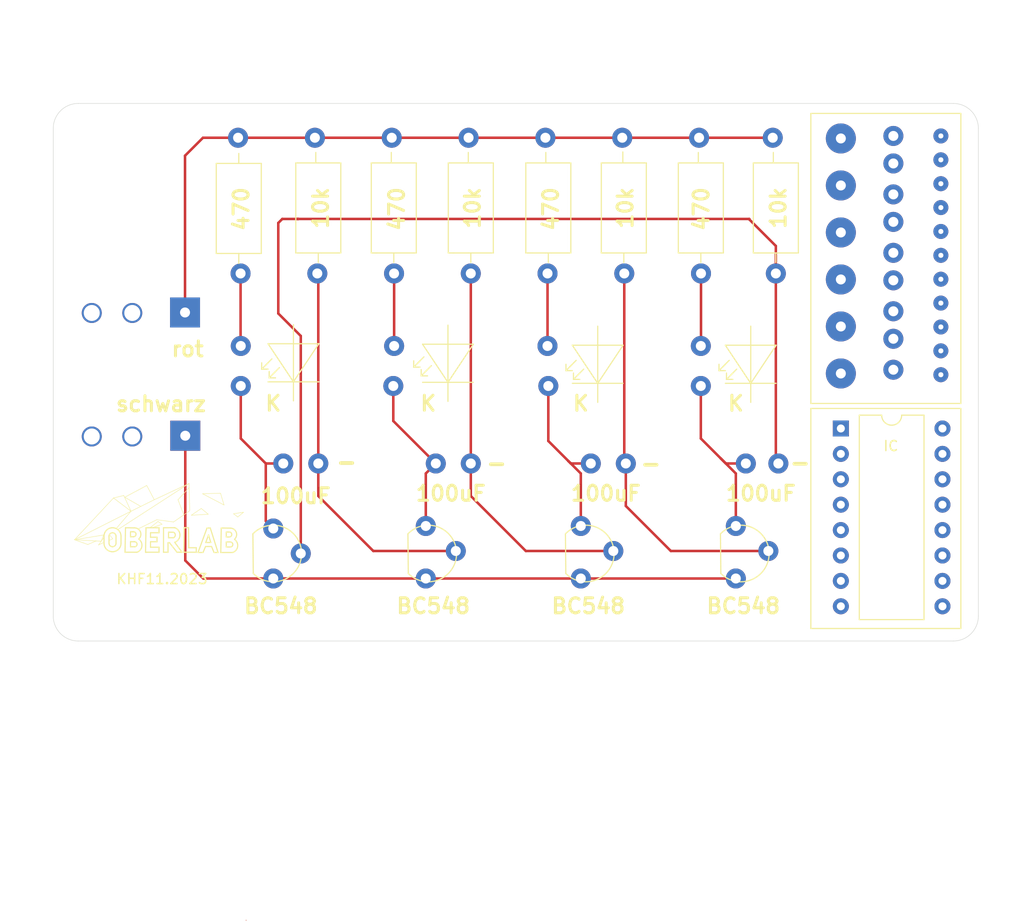
<source format=kicad_pcb>
(kicad_pcb (version 20221018) (generator pcbnew)
  (layers (0 "F.Cu" signal) (31 "B.Cu" signal) (34 "B.Paste" user) (35 "F.Paste" user) (36 "B.SilkS" user "B.Silkscreen") (37 "F.SilkS" user "F.Silkscreen") (38 "B.Mask" user) (39 "F.Mask" user) (44 "Edge.Cuts" user))
  (net 0 "")
  (net 1 "Net-(U1-Pad1)")
  (net 2 "Net-(U10-Pad1)")
  (net 3 "Net-(U3-Pad1)")
  (net 4 "Net-(U5-Pad1)")
  (net 5 "Net-(U7-Pad1)")
  (net 6 "Net-(U12-Pad1)")
  (net 7 "Net-(U16-Pad1)")
  (net 8 "Net-(U18-Pad1)")
  (net 9 "Net-(U23-Pad1)")
  (net 10 "Net-(U27-Pad1)")
  (net 11 "Net-(U29-Pad1)")
  (net 12 "Net-(U34-Pad1)")
  (net 13 "Net-(U38-Pad1)")
  (net 14 "Net-(U40-Pad1)")
  (footprint "!Goody:LP_PCB-Fräse" (layer "F.Cu") (at 88.425 61.4)
    (fp_text reference "U1")
    (fp_text value "LP-PCB-Fräse")
    (pad "1" thru_hole rect (at 0 0) (size 3 3) (drill 1) (layers "*.Cu" "*.Mask") (net 1 "Net-(U1-Pad1)"))
  )
  (footprint "!Goody:LP_PCB-Fräse" (layer "F.Cu") (at 88.45 73.725)
    (fp_text reference "U2")
    (fp_text value "LP-PCB-Fräse")
    (pad "1" thru_hole rect (at 0 0) (size 3 3) (drill 1) (layers "*.Cu" "*.Mask") (net 2 "Net-(U10-Pad1)"))
  )
  (footprint "!Goody:LP_PCB-Fräse" (layer "F.Cu") (at 100 85.5)
    (fp_text reference "U3")
    (fp_text value "LP-PCB-Fräse")
    (pad "1" thru_hole circle (at 0 0) (size 2 2) (drill 1) (layers "*.Cu" "*.Mask") (net 3 "Net-(U3-Pad1)"))
  )
  (footprint "!Goody:LP_PCB-Fräse" (layer "F.Cu") (at 93.73 43.93)
    (fp_text reference "U4")
    (fp_text value "LP-PCB-Fräse")
    (pad "1" thru_hole circle (at 0 0) (size 2 2) (drill 1) (layers "*.Cu" "*.Mask") (net 1 "Net-(U1-Pad1)"))
  )
  (footprint "!Goody:LP_PCB-Fräse" (layer "F.Cu") (at 93.98 57.5)
    (fp_text reference "U5")
    (fp_text value "LP-PCB-Fräse")
    (pad "1" thru_hole circle (at 0 0) (size 2 2) (drill 1) (layers "*.Cu" "*.Mask") (net 4 "Net-(U5-Pad1)"))
  )
  (footprint "!Goody:LP_PCB-Fräse" (layer "F.Cu") (at 94 68.75)
    (fp_text reference "U7")
    (fp_text value "LP-PCB-Fräse")
    (pad "1" thru_hole circle (at 0 0) (size 2 2) (drill 1) (layers "*.Cu" "*.Mask") (net 5 "Net-(U7-Pad1)"))
  )
  (footprint "!Goody:LP_PCB-Fräse" (layer "F.Cu") (at 98.25 76.5)
    (fp_text reference "U8")
    (fp_text value "LP-PCB-Fräse")
    (pad "1" thru_hole circle (at 0 0) (size 2 2) (drill 1) (layers "*.Cu" "*.Mask") (net 5 "Net-(U7-Pad1)"))
  )
  (footprint "!Goody:LP_PCB-Fräse" (layer "F.Cu") (at 97.25 83)
    (fp_text reference "U9")
    (fp_text value "LP-PCB-Fräse")
    (pad "1" thru_hole circle (at 0 0) (size 2 2) (drill 1) (layers "*.Cu" "*.Mask") (net 5 "Net-(U7-Pad1)"))
  )
  (footprint "!Goody:LP_PCB-Fräse" (layer "F.Cu") (at 97.25 88)
    (fp_text reference "U10")
    (fp_text value "LP-PCB-Fräse")
    (pad "1" thru_hole circle (at 0 0) (size 2 2) (drill 1) (layers "*.Cu" "*.Mask") (net 2 "Net-(U10-Pad1)"))
  )
  (footprint "!Goody:LP_PCB-Fräse" (layer "F.Cu") (at 101.412499 43.93)
    (fp_text reference "U11")
    (fp_text value "LP-PCB-Fräse")
    (pad "1" thru_hole circle (at 0 0) (size 2 2) (drill 1) (layers "*.Cu" "*.Mask") (net 1 "Net-(U1-Pad1)"))
  )
  (footprint "!Goody:LP_PCB-Fräse" (layer "F.Cu") (at 101.652857 57.5)
    (fp_text reference "U12")
    (fp_text value "LP-PCB-Fräse")
    (pad "1" thru_hole circle (at 0 0) (size 2 2) (drill 1) (layers "*.Cu" "*.Mask") (net 6 "Net-(U12-Pad1)"))
  )
  (footprint "!Goody:LP_PCB-Fräse" (layer "F.Cu") (at 101.75 76.5)
    (fp_text reference "U13")
    (fp_text value "LP-PCB-Fräse")
    (pad "1" thru_hole circle (at 0 0) (size 2 2) (drill 1) (layers "*.Cu" "*.Mask") (net 6 "Net-(U12-Pad1)"))
  )
  (footprint "!Goody:LP_PCB-Fräse" (layer "F.Cu") (at 131.25 85.25)
    (fp_text reference "U25")
    (fp_text value "LP-PCB-Fräse")
    (pad "1" thru_hole circle (at 0 0) (size 2 2) (drill 1) (layers "*.Cu" "*.Mask") (net 9 "Net-(U23-Pad1)"))
  )
  (footprint "!Goody:LP_PCB-Fräse" (layer "F.Cu") (at 124.459996 43.93)
    (fp_text reference "U26")
    (fp_text value "LP-PCB-Fräse")
    (pad "1" thru_hole circle (at 0 0) (size 2 2) (drill 1) (layers "*.Cu" "*.Mask") (net 1 "Net-(U1-Pad1)"))
  )
  (footprint "!Goody:LP_PCB-Fräse" (layer "F.Cu") (at 124.671428 57.5)
    (fp_text reference "U27")
    (fp_text value "LP-PCB-Fräse")
    (pad "1" thru_hole circle (at 0 0) (size 2 2) (drill 1) (layers "*.Cu" "*.Mask") (net 10 "Net-(U27-Pad1)"))
  )
  (footprint "!Goody:LP_PCB-Fräse" (layer "F.Cu") (at 124.666666 64.75)
    (fp_text reference "U28")
    (fp_text value "LP-PCB-Fräse")
    (pad "1" thru_hole circle (at 0 0) (size 2 2) (drill 1) (layers "*.Cu" "*.Mask") (net 10 "Net-(U27-Pad1)"))
  )
  (footprint "!Goody:LP_PCB-Fräse" (layer "F.Cu") (at 124.75 68.75)
    (fp_text reference "U29")
    (fp_text value "LP-PCB-Fräse")
    (pad "1" thru_hole circle (at 0 0) (size 2 2) (drill 1) (layers "*.Cu" "*.Mask") (net 11 "Net-(U29-Pad1)"))
  )
  (footprint "!Goody:LP_PCB-Fräse" (layer "F.Cu") (at 129 76.5)
    (fp_text reference "U30")
    (fp_text value "LP-PCB-Fräse")
    (pad "1" thru_hole circle (at 0 0) (size 2 2) (drill 1) (layers "*.Cu" "*.Mask") (net 11 "Net-(U29-Pad1)"))
  )
  (footprint "!Goody:LP_PCB-Fräse" (layer "F.Cu") (at 128 82.75)
    (fp_text reference "U31")
    (fp_text value "LP-PCB-Fräse")
    (pad "1" thru_hole circle (at 0 0) (size 2 2) (drill 1) (layers "*.Cu" "*.Mask") (net 11 "Net-(U29-Pad1)"))
  )
  (footprint "!Goody:LP_PCB-Fräse" (layer "F.Cu") (at 128 88)
    (fp_text reference "U32")
    (fp_text value "LP-PCB-Fräse")
    (pad "1" thru_hole circle (at 0 0) (size 2 2) (drill 1) (layers "*.Cu" "*.Mask") (net 2 "Net-(U10-Pad1)"))
  )
  (footprint "!Goody:LP_PCB-Fräse" (layer "F.Cu") (at 132.142495 43.93)
    (fp_text reference "U33")
    (fp_text value "LP-PCB-Fräse")
    (pad "1" thru_hole circle (at 0 0) (size 2 2) (drill 1) (layers "*.Cu" "*.Mask") (net 1 "Net-(U1-Pad1)"))
  )
  (footprint "!Goody:LP_PCB-Fräse" (layer "F.Cu") (at 132.344285 57.5)
    (fp_text reference "U34")
    (fp_text value "LP-PCB-Fräse")
    (pad "1" thru_hole circle (at 0 0) (size 2 2) (drill 1) (layers "*.Cu" "*.Mask") (net 12 "Net-(U34-Pad1)"))
  )
  (footprint "!Goody:LP_PCB-Fräse" (layer "F.Cu") (at 132.5 76.5)
    (fp_text reference "U35")
    (fp_text value "LP-PCB-Fräse")
    (pad "1" thru_hole circle (at 0 0) (size 2 2) (drill 1) (layers "*.Cu" "*.Mask") (net 12 "Net-(U34-Pad1)"))
  )
  (footprint "!Goody:LP_PCB-Fräse" (layer "F.Cu") (at 146.75 85.25)
    (fp_text reference "U36")
    (fp_text value "LP-PCB-Fräse")
    (pad "1" thru_hole circle (at 0 0) (size 2 2) (drill 1) (layers "*.Cu" "*.Mask") (net 12 "Net-(U34-Pad1)"))
  )
  (footprint "!Goody:LP_PCB-Fräse" (layer "F.Cu") (at 139.824994 43.93)
    (fp_text reference "U37")
    (fp_text value "LP-PCB-Fräse")
    (pad "1" thru_hole circle (at 0 0) (size 2 2) (drill 1) (layers "*.Cu" "*.Mask") (net 1 "Net-(U1-Pad1)"))
  )
  (footprint "!Goody:LP_PCB-Fräse" (layer "F.Cu") (at 140.017142 57.5)
    (fp_text reference "U38")
    (fp_text value "LP-PCB-Fräse")
    (pad "1" thru_hole circle (at 0 0) (size 2 2) (drill 1) (layers "*.Cu" "*.Mask") (net 13 "Net-(U38-Pad1)"))
  )
  (footprint "!Goody:LP_PCB-Fräse" (layer "F.Cu") (at 140 64.75)
    (fp_text reference "U39")
    (fp_text value "LP-PCB-Fräse")
    (pad "1" thru_hole circle (at 0 0) (size 2 2) (drill 1) (layers "*.Cu" "*.Mask") (net 13 "Net-(U38-Pad1)"))
  )
  (footprint "!Goody:LP_PCB-Fräse" (layer "F.Cu") (at 140 68.75)
    (fp_text reference "U40")
    (fp_text value "LP-PCB-Fräse")
    (pad "1" thru_hole circle (at 0 0) (size 2 2) (drill 1) (layers "*.Cu" "*.Mask") (net 14 "Net-(U40-Pad1)"))
  )
  (footprint "!Goody:LP_PCB-Fräse" (layer "F.Cu") (at 144.5 76.5)
    (fp_text reference "U41")
    (fp_text value "LP-PCB-Fräse")
    (pad "1" thru_hole circle (at 0 0) (size 2 2) (drill 1) (layers "*.Cu" "*.Mask") (net 14 "Net-(U40-Pad1)"))
  )
  (footprint "!Goody:LP_PCB-Fräse" (layer "F.Cu") (at 143.5 82.75)
    (fp_text reference "U42")
    (fp_text value "LP-PCB-Fräse")
    (pad "1" thru_hole circle (at 0 0) (size 2 2) (drill 1) (layers "*.Cu" "*.Mask") (net 14 "Net-(U40-Pad1)"))
  )
  (footprint "!Goody:LP_PCB-Fräse" (layer "F.Cu") (at 143.5 88)
    (fp_text reference "U43")
    (fp_text value "LP-PCB-Fräse")
    (pad "1" thru_hole circle (at 0 0) (size 2 2) (drill 1) (layers "*.Cu" "*.Mask") (net 2 "Net-(U10-Pad1)"))
  )
  (footprint "!Goody:LP_PCB-Fräse" (layer "F.Cu") (at 147.19 43.93)
    (fp_text reference "U44")
    (fp_text value "LP-PCB-Fräse")
    (pad "1" thru_hole circle (at 0 0) (size 2 2) (drill 1) (layers "*.Cu" "*.Mask") (net 1 "Net-(U1-Pad1)"))
  )
  (footprint "!Goody:LP_PCB-Fräse" (layer "F.Cu") (at 147.5 57.5)
    (fp_text reference "U45")
    (fp_text value "LP-PCB-Fräse")
    (pad "1" thru_hole circle (at 0 0) (size 2 2) (drill 1) (layers "*.Cu" "*.Mask") (net 3 "Net-(U3-Pad1)"))
  )
  (footprint "!Goody:LP_PCB-Fräse" (layer "F.Cu") (at 147.75 76.5)
    (fp_text reference "U46")
    (fp_text value "LP-PCB-Fräse")
    (pad "1" thru_hole circle (at 0 0) (size 2 2) (drill 1) (layers "*.Cu" "*.Mask") (net 3 "Net-(U3-Pad1)"))
  )
  (footprint "!Goody:LP_PCB-Fräse" (layer "F.Cu") (at 154 44)
    (fp_text reference "U45")
    (fp_text value "LP-PCB-Fräse")
    (pad "1" thru_hole circle (at 0 0) (size 3 3) (drill 1) (layers "*.Cu" "*.Mask"))
  )
  (footprint "!Goody:LP_PCB-Fräse" (layer "F.Cu") (at 116.998571 57.5)
    (fp_text reference "U23")
    (fp_text value "LP-PCB-Fräse")
    (pad "1" thru_hole circle (at 0 0) (size 2 2) (drill 1) (layers "*.Cu" "*.Mask") (net 9 "Net-(U23-Pad1)"))
  )
  (footprint "!Goody:LP_PCB-Fräse" (layer "F.Cu") (at 117 76.5)
    (fp_text reference "U24")
    (fp_text value "LP-PCB-Fräse")
    (pad "1" thru_hole circle (at 0 0) (size 2 2) (drill 1) (layers "*.Cu" "*.Mask") (net 9 "Net-(U23-Pad1)"))
  )
  (footprint "!Goody:LP_PCB-Fräse" (layer "F.Cu") (at 116.777497 43.93)
    (fp_text reference "U22")
    (fp_text value "LP-PCB-Fräse")
    (pad "1" thru_hole circle (at 0 0) (size 2 2) (drill 1) (layers "*.Cu" "*.Mask") (net 1 "Net-(U1-Pad1)"))
  )
  (footprint "!Goody:LP_PCB-Fräse" (layer "F.Cu") (at 112.5 88)
    (fp_text reference "U21")
    (fp_text value "LP-PCB-Fräse")
    (pad "1" thru_hole circle (at 0 0) (size 2 2) (drill 1) (layers "*.Cu" "*.Mask") (net 2 "Net-(U10-Pad1)"))
  )
  (footprint "!Goody:LP_PCB-Fräse" (layer "F.Cu") (at 109.25 68.75)
    (fp_text reference "U18")
    (fp_text value "LP-PCB-Fräse")
    (pad "1" thru_hole circle (at 0 0) (size 2 2) (drill 1) (layers "*.Cu" "*.Mask") (net 8 "Net-(U18-Pad1)"))
  )
  (footprint "!Goody:LP_PCB-Fräse" (layer "F.Cu") (at 109.325714 57.5)
    (fp_text reference "U16")
    (fp_text value "LP-PCB-Fräse")
    (pad "1" thru_hole circle (at 0 0) (size 2 2) (drill 1) (layers "*.Cu" "*.Mask") (net 7 "Net-(U16-Pad1)"))
  )
  (footprint "!Goody:LP_PCB-Fräse" (layer "F.Cu") (at 112.5 82.75)
    (fp_text reference "U20")
    (fp_text value "LP-PCB-Fräse")
    (pad "1" thru_hole circle (at 0 0) (size 2 2) (drill 1) (layers "*.Cu" "*.Mask") (net 8 "Net-(U18-Pad1)"))
  )
  (footprint "!Goody:LP_PCB-Fräse" (layer "F.Cu") (at 113.5 76.5)
    (fp_text reference "U19")
    (fp_text value "LP-PCB-Fräse")
    (pad "1" thru_hole circle (at 0 0) (size 2 2) (drill 1) (layers "*.Cu" "*.Mask") (net 8 "Net-(U18-Pad1)"))
  )
  (footprint "!Goody:LP_PCB-Fräse" (layer "F.Cu") (at 115.5 85.25)
    (fp_text reference "U14")
    (fp_text value "LP-PCB-Fräse")
    (pad "1" thru_hole circle (at 0 0) (size 2 2) (drill 1) (layers "*.Cu" "*.Mask") (net 6 "Net-(U12-Pad1)"))
  )
  (footprint "!Goody:LP_PCB-Fräse" (layer "F.Cu") (at 109.333333 64.75)
    (fp_text reference "U17")
    (fp_text value "LP-PCB-Fräse")
    (pad "" thru_hole circle (at 0 0) (size 2 2) (drill 1) (layers "*.Cu" "*.Mask") (net 7 "Net-(U16-Pad1)"))
  )
  (footprint "!Goody:LP_PCB-Fräse" (layer "F.Cu") (at 109.094998 43.93)
    (fp_text reference "U15")
    (fp_text value "LP-PCB-Fräse")
    (pad "1" thru_hole circle (at 0 0) (size 2 2) (drill 1) (layers "*.Cu" "*.Mask") (net 1 "Net-(U1-Pad1)"))
  )
  (footprint "!Goody:LP_PCB-Fräse" (layer "F.Cu") (at 94 64.75)
    (fp_text reference "U9")
    (fp_text value "LP-PCB-Fräse")
    (pad "1" thru_hole circle (at 0 0) (size 2 2) (drill 1) (layers "*.Cu" "*.Mask") (net 4 "Net-(U5-Pad1)"))
  )
  (footprint "!Goody:ob-logo_F.SilkS" (layer "F.Cu") (at 85.925 83.125)
    (fp_text reference "G***" hide)
    (fp_text value "LOGO" hide)
  )
  (footprint "!Goody:LP_PCB-Fräse" (layer "F.Cu") (at 154 67.5)
    (fp_text reference "U45")
    (fp_text value "LP-PCB-Fräse")
    (pad "1" thru_hole circle (at 0 0) (size 3 3) (drill 1) (layers "*.Cu" "*.Mask"))
  )
  (footprint "!Goody:LP_PCB-Fräse" (layer "F.Cu") (at 159.25 43.75)
    (fp_text reference "U45")
    (fp_text value "LP-PCB-Fräse")
    (pad "1" thru_hole circle (at 0 0) (size 2 2) (drill 1) (layers "*.Cu" "*.Mask"))
  )
  (footprint "!Goody:LP_PCB-Fräse" (layer "F.Cu") (at 164 43.75)
    (fp_text reference "U45")
    (fp_text value "LP-PCB-Fräse")
    (pad "1" thru_hole circle (at 0 0) (size 1.5 1.5) (drill 0.5) (layers "*.Cu" "*.Mask"))
  )
  (footprint "!Goody:LP_PCB-Fräse" (layer "F.Cu") (at 159.25 67.125)
    (fp_text reference "U45")
    (fp_text value "LP-PCB-Fräse")
    (pad "1" thru_hole circle (at 0 0) (size 2 2) (drill 1) (layers "*.Cu" "*.Mask"))
  )
  (footprint "!Goody:LP_PCB-Fräse" (layer "F.Cu") (at 164 67.625)
    (fp_text reference "U45")
    (fp_text value "LP-PCB-Fräse")
    (pad "1" thru_hole circle (at 0 0) (size 1.5 1.5) (drill 0.5) (layers "*.Cu" "*.Mask"))
  )
  (footprint "!Goody:LP_PCB-Fräse" (layer "F.Cu") (at 164 46.1375)
    (fp_text reference "U45")
    (fp_text value "LP-PCB-Fräse")
    (pad "1" thru_hole circle (at 0 0) (size 1.5 1.5) (drill 0.5) (layers "*.Cu" "*.Mask"))
  )
  (footprint "!Goody:LP_PCB-Fräse" (layer "F.Cu") (at 164 55.6875)
    (fp_text reference "U45")
    (fp_text value "LP-PCB-Fräse")
    (pad "1" thru_hole circle (at 0 0) (size 1.5 1.5) (drill 0.5) (layers "*.Cu" "*.Mask"))
  )
  (footprint "!Goody:LP_PCB-Fräse" (layer "F.Cu") (at 164 65.2375)
    (fp_text reference "U45")
    (fp_text value "LP-PCB-Fräse")
    (pad "1" thru_hole circle (at 0 0) (size 1.5 1.5) (drill 0.5) (layers "*.Cu" "*.Mask"))
  )
  (footprint "!Goody:LP_PCB-Fräse" (layer "F.Cu") (at 164 50.9125)
    (fp_text reference "U45")
    (fp_text value "LP-PCB-Fräse")
    (pad "1" thru_hole circle (at 0 0) (size 1.5 1.5) (drill 0.5) (layers "*.Cu" "*.Mask"))
  )
  (footprint "!Goody:LP_PCB-Fräse" (layer "F.Cu") (at 164 60.4625)
    (fp_text reference "U45")
    (fp_text value "LP-PCB-Fräse")
    (pad "1" thru_hole circle (at 0 0) (size 1.5 1.5) (drill 0.5) (layers "*.Cu" "*.Mask"))
  )
  (footprint "!Goody:LP_PCB-Fräse" (layer "F.Cu") (at 159.25 46.5)
    (fp_text reference "U45")
    (fp_text value "LP-PCB-Fräse")
    (pad "1" thru_hole circle (at 0 0) (size 2 2) (drill 1) (layers "*.Cu" "*.Mask"))
  )
  (footprint "!Goody:LP_PCB-Fräse" (layer "F.Cu") (at 159.25 58.1875)
    (fp_text reference "U45")
    (fp_text value "LP-PCB-Fräse")
    (pad "1" thru_hole circle (at 0 0) (size 2 2) (drill 1) (layers "*.Cu" "*.Mask"))
  )
  (footprint "!Goody:LP_PCB-Fräse" (layer "F.Cu") (at 159.25 52.34375)
    (fp_text reference "U45")
    (fp_text value "LP-PCB-Fräse")
    (pad "1" thru_hole circle (at 0 0) (size 2 2) (drill 1) (layers "*.Cu" "*.Mask"))
  )
  (footprint "!Goody:LP_PCB-Fräse" (layer "F.Cu") (at 159.25 64.03125)
    (fp_text reference "U45")
    (fp_text value "LP-PCB-Fräse")
    (pad "1" thru_hole circle (at 0 0) (size 2 2) (drill 1) (layers "*.Cu" "*.Mask"))
  )
  (footprint "Package_DIP:DIP-16_W10.16mm" (layer "F.Cu") (at 154 73)
    (fp_text reference "IC" (at 5 1.75) (layer "F.SilkS"))
    (fp_text value "DIP-16_W10.16mm")
    (pad "1" thru_hole rect (at 0 0) (size 1.6 1.6) (drill 0.8) (layers "*.Cu" "*.Mask"))
    (pad "2" thru_hole oval (at 0 2.54) (size 1.6 1.6) (drill 0.8) (layers "*.Cu" "*.Mask"))
    (pad "3" thru_hole oval (at 0 5.08) (size 1.6 1.6) (drill 0.8) (layers "*.Cu" "*.Mask"))
    (pad "4" thru_hole oval (at 0 7.62) (size 1.6 1.6) (drill 0.8) (layers "*.Cu" "*.Mask"))
    (pad "5" thru_hole oval (at 0 10.16) (size 1.6 1.6) (drill 0.8) (layers "*.Cu" "*.Mask"))
    (pad "6" thru_hole oval (at 0 12.7) (size 1.6 1.6) (drill 0.8) (layers "*.Cu" "*.Mask"))
    (pad "7" thru_hole oval (at 0 15.24) (size 1.6 1.6) (drill 0.8) (layers "*.Cu" "*.Mask"))
    (pad "8" thru_hole oval (at 0 17.78) (size 1.6 1.6) (drill 0.8) (layers "*.Cu" "*.Mask"))
    (pad "9" thru_hole oval (at 10.16 17.78) (size 1.6 1.6) (drill 0.8) (layers "*.Cu" "*.Mask"))
    (pad "10" thru_hole oval (at 10.16 15.24) (size 1.6 1.6) (drill 0.8) (layers "*.Cu" "*.Mask"))
    (pad "11" thru_hole oval (at 10.16 12.7) (size 1.6 1.6) (drill 0.8) (layers "*.Cu" "*.Mask"))
    (pad "12" thru_hole oval (at 10.16 10.16) (size 1.6 1.6) (drill 0.8) (layers "*.Cu" "*.Mask"))
    (pad "13" thru_hole oval (at 10.16 7.62) (size 1.6 1.6) (drill 0.8) (layers "*.Cu" "*.Mask"))
    (pad "14" thru_hole oval (at 10.16 5.08) (size 1.6 1.6) (drill 0.8) (layers "*.Cu" "*.Mask"))
    (pad "15" thru_hole oval (at 10.16 2.54) (size 1.6 1.6) (drill 0.8) (layers "*.Cu" "*.Mask"))
    (pad "16" thru_hole oval (at 10.16 0) (size 1.6 1.6) (drill 0.8) (layers "*.Cu" "*.Mask"))
  )
  (footprint "" (layer "F.Cu") (at 79.1 61.45)
    (fp_text reference "" (at 0 0) (layer "F.SilkS") (effects (font (size 1.27 1.27))))
    (fp_text value "" (at 0 0) (layer "F.SilkS") (effects (font (size 1.27 1.27))))
    (pad "" thru_hole circle (at 0 0) (size 2 2) (drill 1.6) (layers "*.Cu" "*.Mask"))
  )
  (footprint "!Goody:LP_PCB-Fräse" (layer "F.Cu") (at 164 62.85)
    (fp_text reference "U45")
    (fp_text value "LP-PCB-Fräse")
    (pad "1" thru_hole circle (at 0 0) (size 1.5 1.5) (drill 0.5) (layers "*.Cu" "*.Mask"))
  )
  (footprint "!Goody:LP_PCB-Fräse" (layer "F.Cu") (at 154 58.1)
    (fp_text reference "U45")
    (fp_text value "LP-PCB-Fräse")
    (pad "1" thru_hole circle (at 0 0) (size 3 3) (drill 1) (layers "*.Cu" "*.Mask"))
  )
  (footprint "!Goody:LP_PCB-Fräse" (layer "F.Cu") (at 154 62.8)
    (fp_text reference "U45")
    (fp_text value "LP-PCB-Fräse")
    (pad "1" thru_hole circle (at 0 0) (size 3 3) (drill 1) (layers "*.Cu" "*.Mask"))
  )
  (footprint "!Goody:LP_PCB-Fräse" (layer "F.Cu") (at 159.25 49.59375)
    (fp_text reference "U45")
    (fp_text value "LP-PCB-Fräse")
    (pad "1" thru_hole circle (at 0 0) (size 2 2) (drill 1) (layers "*.Cu" "*.Mask"))
  )
  (footprint "!Goody:LP_PCB-Fräse" (layer "F.Cu") (at 164 58.075)
    (fp_text reference "U45")
    (fp_text value "LP-PCB-Fräse")
    (pad "1" thru_hole circle (at 0 0) (size 1.5 1.5) (drill 0.5) (layers "*.Cu" "*.Mask"))
  )
  (footprint "!Goody:LP_PCB-Fräse" (layer "F.Cu") (at 154 53.4)
    (fp_text reference "U45")
    (fp_text value "LP-PCB-Fräse")
    (pad "1" thru_hole circle (at 0 0) (size 3 3) (drill 1) (layers "*.Cu" "*.Mask"))
  )
  (footprint "" (layer "F.Cu") (at 79.1 73.8)
    (fp_text reference "" (at 0 0) (layer "F.SilkS") (effects (font (size 1.27 1.27))))
    (fp_text value "" (at 0 0) (layer "F.SilkS") (effects (font (size 1.27 1.27))))
    (pad "" thru_hole circle (at 0 0) (size 2 2) (drill 1.6) (layers "*.Cu" "*.Mask"))
  )
  (footprint "!Goody:LP_PCB-Fräse" (layer "F.Cu") (at 154 48.7)
    (fp_text reference "U45")
    (fp_text value "LP-PCB-Fräse")
    (pad "1" thru_hole circle (at 0 0) (size 3 3) (drill 1) (layers "*.Cu" "*.Mask"))
  )
  (footprint "!Goody:LP_PCB-Fräse" (layer "F.Cu") (at 164 53.3)
    (fp_text reference "U45")
    (fp_text value "LP-PCB-Fräse")
    (pad "1" thru_hole circle (at 0 0) (size 1.5 1.5) (drill 0.5) (layers "*.Cu" "*.Mask"))
  )
  (footprint "!Goody:LP_PCB-Fräse" (layer "F.Cu") (at 159.25 55.4375)
    (fp_text reference "U45")
    (fp_text value "LP-PCB-Fräse")
    (pad "1" thru_hole circle (at 0 0) (size 2 2) (drill 1) (layers "*.Cu" "*.Mask"))
  )
  (footprint "" (layer "F.Cu") (at 83.15 61.45)
    (fp_text reference "" (at 0 0) (layer "F.SilkS") (effects (font (size 1.27 1.27))))
    (fp_text value "" (at 0 0) (layer "F.SilkS") (effects (font (size 1.27 1.27))))
    (pad "" thru_hole circle (at 0 0) (size 2 2) (drill 1.6) (layers "*.Cu" "*.Mask"))
  )
  (footprint "!Goody:LP_PCB-Fräse" (layer "F.Cu") (at 159.25 61.28125)
    (fp_text reference "U45")
    (fp_text value "LP-PCB-Fräse")
    (pad "1" thru_hole circle (at 0 0) (size 2 2) (drill 1) (layers "*.Cu" "*.Mask"))
  )
  (footprint "" (layer "F.Cu") (at 83.15 73.8)
    (fp_text reference "" (at 0 0) (layer "F.SilkS") (effects (font (size 1.27 1.27))))
    (fp_text value "" (at 0 0) (layer "F.SilkS") (effects (font (size 1.27 1.27))))
    (pad "" thru_hole circle (at 0 0) (size 2 2) (drill 1.6) (layers "*.Cu" "*.Mask"))
  )
  (footprint "!Goody:LP_PCB-Fräse" (layer "F.Cu") (at 164 48.525)
    (fp_text reference "U45")
    (fp_text value "LP-PCB-Fräse")
    (pad "1" thru_hole circle (at 0 0) (size 1.5 1.5) (drill 0.5) (layers "*.Cu" "*.Mask"))
  )
  (gr_line (start 96.725 64.525) (end 101.805 64.525) (stroke (width 0.12)) (layer "F.SilkS"))
  (gr_line (start 99.265 68.335) (end 101.805 64.525) (stroke (width 0.12)) (layer "F.SilkS"))
  (gr_line (start 96.09 66.43) (end 96.09 67.065) (stroke (width 0.12)) (layer "F.SilkS"))
  (gr_line (start 96.09 67.065) (end 96.725 67.065) (stroke (width 0.12)) (layer "F.SilkS"))
  (gr_line (start 97.11 66.04) (end 96.475 66.675) (stroke (width 0.12)) (layer "F.SilkS"))
  (gr_line (start 96.84 67.94) (end 97.475 67.94) (stroke (width 0.12)) (layer "F.SilkS"))
  (gr_line (start 96.84 67.305) (end 96.84 67.94) (stroke (width 0.12)) (layer "F.SilkS"))
  (gr_line (start 97.86 66.915) (end 97.225 67.55) (stroke (width 0.12)) (layer "F.SilkS"))
  (gr_line (start 97.475 67.305) (end 96.84 67.94) (stroke (width 0.12)) (layer "F.SilkS"))
  (gr_line (start 127.15 64.675) (end 129.69 68.485) (stroke (width 0.12)) (layer "F.SilkS"))
  (gr_line (start 127.265 67.455) (end 127.265 68.09) (stroke (width 0.12)) (layer "F.SilkS"))
  (gr_line (start 127.9 67.455) (end 127.265 68.09) (stroke (width 0.12)) (layer "F.SilkS"))
  (gr_line (start 127.15 64.675) (end 132.23 64.675) (stroke (width 0.12)) (layer "F.SilkS"))
  (gr_line (start 129.69 68.485) (end 132.23 64.675) (stroke (width 0.12)) (layer "F.SilkS"))
  (gr_line (start 127.15 66.58) (end 126.515 67.215) (stroke (width 0.12)) (layer "F.SilkS"))
  (gr_line (start 126.515 67.215) (end 127.15 67.215) (stroke (width 0.12)) (layer "F.SilkS"))
  (gr_line (start 127.535 66.19) (end 126.9 66.825) (stroke (width 0.12)) (layer "F.SilkS"))
  (gr_line (start 126.515 66.58) (end 126.515 67.215) (stroke (width 0.12)) (layer "F.SilkS"))
  (gr_line (start 128.285 67.065) (end 127.65 67.7) (stroke (width 0.12)) (layer "F.SilkS"))
  (gr_line (start 127.265 68.09) (end 127.9 68.09) (stroke (width 0.12)) (layer "F.SilkS"))
  (gr_line (start 127.15 68.485) (end 132.23 68.485) (stroke (width 0.12)) (layer "F.SilkS"))
  (gr_line (start 129.69 62.77) (end 129.69 70.39) (stroke (width 0.12)) (layer "F.SilkS"))
  (gr_line (start 142.45 64.675) (end 147.53 64.675) (stroke (width 0.12)) (layer "F.SilkS"))
  (gr_line (start 142.565 67.455) (end 142.565 68.09) (stroke (width 0.12)) (layer "F.SilkS"))
  (gr_line (start 144.99 68.485) (end 147.53 64.675) (stroke (width 0.12)) (layer "F.SilkS"))
  (gr_line (start 142.45 66.58) (end 141.815 67.215) (stroke (width 0.12)) (layer "F.SilkS"))
  (gr_line (start 143.585 67.065) (end 142.95 67.7) (stroke (width 0.12)) (layer "F.SilkS"))
  (gr_line (start 142.45 64.675) (end 144.99 68.485) (stroke (width 0.12)) (layer "F.SilkS"))
  (gr_line (start 142.45 68.485) (end 147.53 68.485) (stroke (width 0.12)) (layer "F.SilkS"))
  (gr_line (start 142.565 68.09) (end 143.2 68.09) (stroke (width 0.12)) (layer "F.SilkS"))
  (gr_line (start 141.815 67.215) (end 142.45 67.215) (stroke (width 0.12)) (layer "F.SilkS"))
  (gr_line (start 143.2 67.455) (end 142.565 68.09) (stroke (width 0.12)) (layer "F.SilkS"))
  (gr_line (start 144.99 62.77) (end 144.99 70.39) (stroke (width 0.12)) (layer "F.SilkS"))
  (gr_line (start 141.815 66.58) (end 141.815 67.215) (stroke (width 0.12)) (layer "F.SilkS"))
  (gr_line (start 142.835 66.19) (end 142.2 66.825) (stroke (width 0.12)) (layer "F.SilkS"))
  (gr_line (start 145.25 55.45) (end 145.25 46.45) (stroke (width 0.12)) (layer "F.SilkS"))
  (gr_line (start 138.25 55.45) (end 137.75 55.45) (stroke (width 0.12)) (layer "F.SilkS"))
  (gr_line (start 137.75 46.45) (end 142.25 46.45) (stroke (width 0.12)) (layer "F.SilkS"))
  (gr_line (start 137.75 55.45) (end 137.75 46.45) (stroke (width 0.12)) (layer "F.SilkS"))
  (gr_line (start 142.25 55.45) (end 138.25 55.45) (stroke (width 0.12)) (layer "F.SilkS"))
  (gr_line (start 142.25 46.45) (end 142.25 55.45) (stroke (width 0.12)) (layer "F.SilkS"))
  (gr_line (start 130.05 55.45) (end 130.05 46.45) (stroke (width 0.12)) (layer "F.SilkS"))
  (gr_line (start 130.55 55.45) (end 130.05 55.45) (stroke (width 0.12)) (layer "F.SilkS"))
  (gr_line (start 134.55 55.45) (end 130.55 55.45) (stroke (width 0.12)) (layer "F.SilkS"))
  (gr_line (start 130.05 46.45) (end 134.55 46.45) (stroke (width 0.12)) (layer "F.SilkS"))
  (gr_line (start 134.55 46.45) (end 134.55 55.45) (stroke (width 0.12)) (layer "F.SilkS"))
  (gr_line (start 122.5 46.45) (end 127 46.45) (stroke (width 0.12)) (layer "F.SilkS"))
  (gr_line (start 123 55.45) (end 122.5 55.45) (stroke (width 0.12)) (layer "F.SilkS"))
  (gr_line (start 122.5 55.45) (end 122.5 46.45) (stroke (width 0.12)) (layer "F.SilkS"))
  (gr_line (start 127 46.45) (end 127 55.45) (stroke (width 0.12)) (layer "F.SilkS"))
  (gr_line (start 127 55.45) (end 123 55.45) (stroke (width 0.12)) (layer "F.SilkS"))
  (gr_line (start 99.5 46.45) (end 104 46.45) (stroke (width 0.12)) (layer "F.SilkS"))
  (gr_line (start 104 55.45) (end 100 55.45) (stroke (width 0.12)) (layer "F.SilkS"))
  (gr_line (start 100 55.45) (end 99.5 55.45) (stroke (width 0.12)) (layer "F.SilkS"))
  (gr_line (start 99.5 55.45) (end 99.5 46.45) (stroke (width 0.12)) (layer "F.SilkS"))
  (gr_line (start 104 46.45) (end 104 55.45) (stroke (width 0.12)) (layer "F.SilkS"))
  (gr_line (start 91.55 46.5) (end 96.05 46.5) (stroke (width 0.12)) (layer "F.SilkS"))
  (gr_line (start 92.05 55.5) (end 91.55 55.5) (stroke (width 0.12)) (layer "F.SilkS"))
  (gr_line (start 96.05 55.5) (end 92.05 55.5) (stroke (width 0.12)) (layer "F.SilkS"))
  (gr_line (start 91.55 55.5) (end 91.55 46.5) (stroke (width 0.12)) (layer "F.SilkS"))
  (gr_line (start 96.05 46.5) (end 96.05 55.5) (stroke (width 0.12)) (layer "F.SilkS"))
  (gr_line (start 93.8 56.5) (end 93.8 55.5) (stroke (width 0.12)) (layer "F.SilkS"))
  (gr_line (start 147.25 46.45) (end 147.25 45.4) (stroke (width 0.12)) (layer "F.SilkS"))
  (gr_line (start 147.5 56.4) (end 147.5 55.45) (stroke (width 0.12)) (layer "F.SilkS"))
  (gr_line (start 95.250001 87.499999) (end 95.211812 83.538933) (stroke (width 0.12)) (layer "F.SilkS"))
  (gr_line (start 142 87.5) (end 141.961811 83.538934) (stroke (width 0.12)) (layer "F.SilkS"))
  (gr_arc (start 141.961811 83.538934) (mid 146.828294 85.472733) (end 142 87.5) (stroke (width 0.12)) (layer "F.SilkS"))
  (gr_line (start 110.75 87.5) (end 110.711811 83.538934) (stroke (width 0.12)) (layer "F.SilkS"))
  (gr_arc (start 110.711811 83.538934) (mid 115.578294 85.472733) (end 110.75 87.5) (stroke (width 0.12)) (layer "F.SilkS"))
  (gr_line (start 109.05 46.45) (end 109.05 45.4) (stroke (width 0.12)) (layer "F.SilkS"))
  (gr_line (start 116.75 46.45) (end 116.75 45.4) (stroke (width 0.12)) (layer "F.SilkS"))
  (gr_line (start 117 56.4) (end 117 55.45) (stroke (width 0.12)) (layer "F.SilkS"))
  (gr_line (start 109.3 56.4) (end 109.3 55.45) (stroke (width 0.12)) (layer "F.SilkS"))
  (gr_line (start 111.55 46.45) (end 111.55 55.45) (stroke (width 0.12)) (layer "F.SilkS"))
  (gr_line (start 107.05 55.45) (end 107.05 46.45) (stroke (width 0.12)) (layer "F.SilkS"))
  (gr_line (start 119.25 55.45) (end 115.25 55.45) (stroke (width 0.12)) (layer "F.SilkS"))
  (gr_line (start 119.25 46.45) (end 119.25 55.45) (stroke (width 0.12)) (layer "F.SilkS"))
  (gr_line (start 114.75 55.45) (end 114.75 46.45) (stroke (width 0.12)) (layer "F.SilkS"))
  (gr_line (start 115.25 55.45) (end 114.75 55.45) (stroke (width 0.12)) (layer "F.SilkS"))
  (gr_line (start 114.75 46.45) (end 119.25 46.45) (stroke (width 0.12)) (layer "F.SilkS"))
  (gr_line (start 107.55 55.45) (end 107.05 55.45) (stroke (width 0.12)) (layer "F.SilkS"))
  (gr_line (start 111.55 55.45) (end 107.55 55.45) (stroke (width 0.12)) (layer "F.SilkS"))
  (gr_line (start 107.05 46.45) (end 111.55 46.45) (stroke (width 0.12)) (layer "F.SilkS"))
  (gr_line (start 114.715 62.67) (end 114.715 70.29) (stroke (width 0.12)) (layer "F.SilkS"))
  (gr_line (start 112.175 68.385) (end 117.255 68.385) (stroke (width 0.12)) (layer "F.SilkS"))
  (gr_line (start 111.29 66.865) (end 111.925 66.865) (stroke (width 0.12)) (layer "F.SilkS"))
  (gr_line (start 113.06 66.715) (end 112.425 67.35) (stroke (width 0.12)) (layer "F.SilkS"))
  (gr_line (start 112.04 67.105) (end 112.04 67.74) (stroke (width 0.12)) (layer "F.SilkS"))
  (gr_line (start 112.04 67.74) (end 112.675 67.74) (stroke (width 0.12)) (layer "F.SilkS"))
  (gr_line (start 112.175 64.575) (end 117.255 64.575) (stroke (width 0.12)) (layer "F.SilkS"))
  (gr_line (start 111.29 66.23) (end 111.29 66.865) (stroke (width 0.12)) (layer "F.SilkS"))
  (gr_line (start 114.715 68.385) (end 117.255 64.575) (stroke (width 0.12)) (layer "F.SilkS"))
  (gr_line (start 112.31 65.84) (end 111.675 66.475) (stroke (width 0.12)) (layer "F.SilkS"))
  (gr_line (start 112.675 67.105) (end 112.04 67.74) (stroke (width 0.12)) (layer "F.SilkS"))
  (gr_line (start 111.925 66.23) (end 111.29 66.865) (stroke (width 0.12)) (layer "F.SilkS"))
  (gr_line (start 112.175 64.575) (end 114.715 68.385) (stroke (width 0.12)) (layer "F.SilkS"))
  (gr_line (start 151 70.5) (end 151 41.5) (stroke (width 0.12)) (layer "F.SilkS"))
  (gr_line (start 151 93) (end 151 71) (stroke (width 0.12)) (layer "F.SilkS"))
  (gr_line (start 132.2 46.4) (end 132.2 45.35) (stroke (width 0.12)) (layer "F.SilkS"))
  (gr_line (start 93.8 46.5) (end 93.8 45.5) (stroke (width 0.12)) (layer "F.SilkS"))
  (gr_line (start 96.725 68.335) (end 101.805 68.335) (stroke (width 0.12)) (layer "F.SilkS"))
  (gr_line (start 96.725 64.525) (end 99.265 68.335) (stroke (width 0.12)) (layer "F.SilkS"))
  (gr_line (start 139.75 46.45) (end 139.75 45.4) (stroke (width 0.12)) (layer "F.SilkS"))
  (gr_arc (start 126.461811 83.538934) (mid 131.328294 85.472733) (end 126.5 87.5) (stroke (width 0.12)) (layer "F.SilkS"))
  (gr_line (start 166 71) (end 166 93) (stroke (width 0.12)) (layer "F.SilkS"))
  (gr_line (start 166 70.5) (end 151 70.5) (stroke (width 0.12)) (layer "F.SilkS"))
  (gr_line (start 149.75 46.45) (end 149.75 55.45) (stroke (width 0.12)) (layer "F.SilkS"))
  (gr_line (start 145.25 46.45) (end 149.75 46.45) (stroke (width 0.12)) (layer "F.SilkS"))
  (gr_line (start 124.75 56.4) (end 124.75 55.45) (stroke (width 0.12)) (layer "F.SilkS"))
  (gr_line (start 140 56.4) (end 140 55.45) (stroke (width 0.12)) (layer "F.SilkS"))
  (gr_line (start 166 41.5) (end 166 70.5) (stroke (width 0.12)) (layer "F.SilkS"))
  (gr_line (start 101.5 46.45) (end 101.5 45.4) (stroke (width 0.12)) (layer "F.SilkS"))
  (gr_line (start 96.725 66.43) (end 96.09 67.065) (stroke (width 0.12)) (layer "F.SilkS"))
  (gr_line (start 149.75 55.45) (end 145.75 55.45) (stroke (width 0.12)) (layer "F.SilkS"))
  (gr_arc (start 95.211812 83.538933) (mid 100.078295 85.472732) (end 95.250001 87.499999) (stroke (width 0.12)) (layer "F.SilkS"))
  (gr_line (start 99.265 62.62) (end 99.265 70.24) (stroke (width 0.12)) (layer "F.SilkS"))
  (gr_line (start 124.5 46.45) (end 124.5 45.4) (stroke (width 0.12)) (layer "F.SilkS"))
  (gr_line (start 145.75 55.45) (end 145.25 55.45) (stroke (width 0.12)) (layer "F.SilkS"))
  (gr_line (start 151 41.5) (end 166 41.5) (stroke (width 0.12)) (layer "F.SilkS"))
  (gr_line (start 166 93) (end 151 93) (stroke (width 0.12)) (layer "F.SilkS"))
  (gr_line (start 101.75 56.4) (end 101.75 55.45) (stroke (width 0.12)) (layer "F.SilkS"))
  (gr_line (start 126.5 87.5) (end 126.461811 83.538934) (stroke (width 0.12)) (layer "F.SilkS"))
  (gr_line (start 132.3 56.4) (end 132.3 55.45) (stroke (width 0.12)) (layer "F.SilkS"))
  (gr_line (start 151 71) (end 166 71) (stroke (width 0.12)) (layer "F.SilkS"))
  (gr_line (start 75.25 91.75) (end 75.25 43) (stroke (width 0.05)) (layer "Edge.Cuts"))
  (gr_arc (start 77.75 94.25) (mid 75.982233 93.517767) (end 75.25 91.75) (stroke (width 0.05)) (layer "Edge.Cuts"))
  (gr_arc (start 167.75 91.75) (mid 167.017767 93.517767) (end 165.25 94.25) (stroke (width 0.05)) (layer "Edge.Cuts"))
  (gr_arc (start 75.25 43) (mid 75.982233 41.232233) (end 77.75 40.5) (stroke (width 0.05)) (layer "Edge.Cuts"))
  (gr_line (start 165.25 94.25) (end 77.75 94.25) (stroke (width 0.05)) (layer "Edge.Cuts"))
  (gr_line (start 167.75 43) (end 167.75 91.75) (stroke (width 0.05)) (layer "Edge.Cuts"))
  (gr_line (start 77.75 40.5) (end 165.25 40.5) (stroke (width 0.05)) (layer "Edge.Cuts"))
  (gr_arc (start 165.25 40.5) (mid 167.017767 41.232233) (end 167.75 43) (stroke (width 0.05)) (layer "Edge.Cuts"))
  (gr_text "10k" (at 102 50.95 90) (layer "F.SilkS") (effects (font (size 1.5 1.5) (thickness 0.3))))
  (gr_text "K" (at 97.25 70.5) (layer "F.SilkS") (effects (font (size 1.5 1.5) (thickness 0.3))))
  (gr_text "K" (at 128 70.5) (layer "F.SilkS") (effects (font (size 1.5 1.5) (thickness 0.3))))
  (gr_text "schwarz" (at 86.025 70.55) (layer "F.SilkS") (effects (font (size 1.5 1.5) (thickness 0.3))))
  (gr_text "-" (at 104.575 76.35) (layer "F.SilkS") (effects (font (size 1.5 1.5) (thickness 0.375))))
  (gr_text "-" (at 135 76.525) (layer "F.SilkS") (effects (font (size 1.5 1.5) (thickness 0.375))))
  (gr_text "470" (at 109.6 51.057142 90) (layer "F.SilkS") (effects (font (size 1.5 1.5) (thickness 0.3))))
  (gr_text "100uF" (at 99.5 79.75) (layer "F.SilkS") (effects (font (size 1.5 1.5) (thickness 0.3))))
  (gr_text "K" (at 112.75 70.5) (layer "F.SilkS") (effects (font (size 1.5 1.5) (thickness 0.3))))
  (gr_text "10k" (at 117.175 50.95 90) (layer "F.SilkS") (effects (font (size 1.5 1.5) (thickness 0.3))))
  (gr_text "-" (at 149.925 76.425) (layer "F.SilkS") (effects (font (size 1.5 1.5) (thickness 0.375))))
  (gr_text "KHF11.2023" (at 86.125 88.05) (layer "F.SilkS") (effects (font (size 1 1))))
  (gr_text "K" (at 143.5 70.5) (layer "F.SilkS") (effects (font (size 1.5 1.5) (thickness 0.3))))
  (gr_text "100uF" (at 146 79.5) (layer "F.SilkS") (effects (font (size 1.5 1.5) (thickness 0.3))))
  (gr_text "BC548" (at 98 90.75) (layer "F.SilkS") (effects (font (size 1.5 1.5) (thickness 0.3))))
  (gr_text "BC548" (at 144.25 90.75) (layer "F.SilkS") (effects (font (size 1.5 1.5) (thickness 0.3))))
  (gr_text "470" (at 94.05 51.057142 90) (layer "F.SilkS") (effects (font (size 1.5 1.5) (thickness 0.3))))
  (gr_text "-" (at 119.575 76.475) (layer "F.SilkS") (effects (font (size 1.5 1.5) (thickness 0.375))))
  (gr_text "100uF" (at 130.5 79.5) (layer "F.SilkS") (effects (font (size 1.5 1.5) (thickness 0.3))))
  (gr_text "BC548" (at 128.75 90.75) (layer "F.SilkS") (effects (font (size 1.5 1.5) (thickness 0.3))))
  (gr_text "470" (at 140.05 51.057142 90) (layer "F.SilkS") (effects (font (size 1.5 1.5) (thickness 0.3))))
  (gr_text "10k" (at 147.75 50.95 90) (layer "F.SilkS") (effects (font (size 1.5 1.5) (thickness 0.3))))
  (gr_text "rot" (at 88.685 65.06) (layer "F.SilkS") (effects (font (size 1.5 1.5) (thickness 0.3))))
  (gr_text "10k" (at 132.45 50.95 90) (layer "F.SilkS") (effects (font (size 1.5 1.5) (thickness 0.3))))
  (gr_text "BC548" (at 113.25 90.75) (layer "F.SilkS") (effects (font (size 1.5 1.5) (thickness 0.3))))
  (gr_text "100uF" (at 115 79.5) (layer "F.SilkS") (effects (font (size 1.5 1.5) (thickness 0.3))))
  (gr_text "470" (at 125 51.057142 90) (layer "F.SilkS") (effects (font (size 1.5 1.5) (thickness 0.3))))
  (segment (start 101.412499 43.93) (end 109.094998 43.93) (width 0.25) (layer "F.Cu") (net 1))
  (segment (start 88.425 61.4) (end 88.425 45.725) (width 0.25) (layer "F.Cu") (net 1))
  (segment (start 147.19 43.93) (end 139.824994 43.93) (width 0.25) (layer "F.Cu") (net 1))
  (segment (start 90.23 43.93) (end 93.73 43.93) (width 0.25) (layer "F.Cu") (net 1))
  (segment (start 109.094998 43.93) (end 116.777497 43.93) (width 0.25) (layer "F.Cu") (net 1))
  (segment (start 88.425 45.725) (end 90.225 43.925) (width 0.25) (layer "F.Cu") (net 1))
  (segment (start 124.459996 43.93) (end 116.777497 43.93) (width 0.25) (layer "F.Cu") (net 1))
  (segment (start 139.824994 43.93) (end 132.142495 43.93) (width 0.25) (layer "F.Cu") (net 1))
  (segment (start 101.412499 43.93) (end 93.73 43.93) (width 0.25) (layer "F.Cu") (net 1))
  (segment (start 132.142495 43.93) (end 124.459996 43.93) (width 0.25) (layer "F.Cu") (net 1))
  (segment (start 90.225 43.925) (end 90.23 43.93) (width 0.25) (layer "F.Cu") (net 1))
  (segment (start 97.25 88) (end 112.5 88) (width 0.25) (layer "F.Cu") (net 2))
  (segment (start 88.45 86.2) (end 90.25 88) (width 0.25) (layer "F.Cu") (net 2))
  (segment (start 112.5 88) (end 128 88) (width 0.25) (layer "F.Cu") (net 2))
  (segment (start 88.45 73.725) (end 88.45 86.2) (width 0.25) (layer "F.Cu") (net 2))
  (segment (start 90.25 88) (end 97.25 88) (width 0.25) (layer "F.Cu") (net 2))
  (segment (start 143.5 88) (end 128 88) (width 0.25) (layer "F.Cu") (net 2))
  (segment (start 147.5 57.5) (end 147.5 54.75) (width 0.25) (layer "F.Cu") (net 3))
  (segment (start 144.849982 52.099982) (end 147.5 54.75) (width 0.25) (layer "F.Cu") (net 3))
  (segment (start 147.5 76.25) (end 147.75 76.5) (width 0.25) (layer "F.Cu") (net 3))
  (segment (start 97.75 61.5) (end 97.75 52.45) (width 0.25) (layer "F.Cu") (net 3))
  (segment (start 147.69 76.44) (end 147.75 76.5) (width 0.25) (layer "F.Cu") (net 3))
  (segment (start 97.75 52.45) (end 98.150018 52.049982) (width 0.25) (layer "F.Cu") (net 3))
  (segment (start 99.750018 52.049982) (end 144.849982 52.049982) (width 0.25) (layer "F.Cu") (net 3))
  (segment (start 100 63.75) (end 97.75 61.5) (width 0.25) (layer "F.Cu") (net 3))
  (segment (start 98.150018 52.049982) (end 99.750018 52.049982) (width 0.25) (layer "F.Cu") (net 3))
  (segment (start 147.5 57.5) (end 147.5 76.25) (width 0.25) (layer "F.Cu") (net 3))
  (segment (start 99.599982 52.049982) (end 99.750018 52.049982) (width 0.25) (layer "F.Cu") (net 3))
  (segment (start 100 85.5) (end 100 63.75) (width 0.25) (layer "F.Cu") (net 3))
  (segment (start 144.849982 52.049982) (end 144.849982 52.099982) (width 0.25) (layer "F.Cu") (net 3))
  (segment (start 93.98 64.73) (end 94 64.75) (width 0.25) (layer "F.Cu") (net 4))
  (segment (start 93.98 57.5) (end 93.98 64.73) (width 0.25) (layer "F.Cu") (net 4))
  (segment (start 94 68.75) (end 94 74) (width 0.25) (layer "F.Cu") (net 5))
  (segment (start 96.5 76.5) (end 96.5 82.25) (width 0.25) (layer "F.Cu") (net 5))
  (segment (start 98.25 76.5) (end 96.5 76.5) (width 0.25) (layer "F.Cu") (net 5))
  (segment (start 94 74) (end 96.5 76.5) (width 0.25) (layer "F.Cu") (net 5))
  (segment (start 96.5 82.25) (end 97.25 83) (width 0.25) (layer "F.Cu") (net 5))
  (segment (start 101.652857 76.402857) (end 101.75 76.5) (width 0.25) (layer "F.Cu") (net 6))
  (segment (start 101.75 57.597143) (end 101.652857 57.5) (width 0.25) (layer "F.Cu") (net 6))
  (segment (start 101.75 79.75) (end 101.75 76.5) (width 0.25) (layer "F.Cu") (net 6))
  (segment (start 107.25 85.25) (end 101.75 79.75) (width 0.25) (layer "F.Cu") (net 6))
  (segment (start 101.75 76.5) (end 101.75 57.597143) (width 0.25) (layer "F.Cu") (net 6))
  (segment (start 115.5 85.25) (end 107.25 85.25) (width 0.25) (layer "F.Cu") (net 6))
  (segment (start 109.333333 64.75) (end 109.333333 57.507619) (width 0.25) (layer "F.Cu") (net 7))
  (segment (start 109.333333 57.507619) (end 109.325714 57.5) (width 0.25) (layer "F.Cu") (net 7))
  (segment (start 109.325714 64.742381) (end 109.333333 64.75) (width 0.25) (layer "F.Cu") (net 7))
  (segment (start 112.5 82.75) (end 112.500001 77.499999) (width 0.25) (layer "F.Cu") (net 8))
  (segment (start 109.25 68.75) (end 109.25 72.25) (width 0.25) (layer "F.Cu") (net 8))
  (segment (start 112.500001 77.499999) (end 113.5 76.5) (width 0.25) (layer "F.Cu") (net 8))
  (segment (start 113.5 76.5) (end 109.25 72.25) (width 0.25) (layer "F.Cu") (net 8))
  (segment (start 116.998571 76.498571) (end 117 76.5) (width 0.25) (layer "F.Cu") (net 9))
  (segment (start 117 76.5) (end 117 57.501429) (width 0.25) (layer "F.Cu") (net 9))
  (segment (start 131.25 85.25) (end 122.5 85.25) (width 0.25) (layer "F.Cu") (net 9))
  (segment (start 122.5 85.25) (end 117 79.75) (width 0.25) (layer "F.Cu") (net 9))
  (segment (start 117 79.75) (end 117 76.5) (width 0.25) (layer "F.Cu") (net 9))
  (segment (start 117 57.501429) (end 116.998571 57.5) (width 0.25) (layer "F.Cu") (net 9))
  (segment (start 124.671428 57.5) (end 124.671428 64.745238) (width 0.25) (layer "F.Cu") (net 10))
  (segment (start 124.671428 64.745238) (end 124.666666 64.75) (width 0.25) (layer "F.Cu") (net 10))
  (segment (start 127 76.5) (end 126.75 76.25) (width 0.25) (layer "F.Cu") (net 11))
  (segment (start 124.75 74.25) (end 124.75 68.75) (width 0.25) (layer "F.Cu") (net 11))
  (segment (start 126.75 76.25) (end 124.75 74.25) (width 0.25) (layer "F.Cu") (net 11))
  (segment (start 128 77.5) (end 126.75 76.25) (width 0.25) (layer "F.Cu") (net 11))
  (segment (start 128 82.75) (end 128 77.5) (width 0.25) (layer "F.Cu") (net 11))
  (segment (start 129 76.5) (end 127 76.5) (width 0.25) (layer "F.Cu") (net 11))
  (segment (start 137 85.25) (end 132.5 80.75) (width 0.25) (layer "F.Cu") (net 12))
  (segment (start 132.5 80.75) (end 132.5 76.5) (width 0.25) (layer "F.Cu") (net 12))
  (segment (start 132.344285 57.5) (end 132.344285 76.344285) (width 0.25) (layer "F.Cu") (net 12))
  (segment (start 132.344285 76.344285) (end 132.5 76.5) (width 0.25) (layer "F.Cu") (net 12))
  (segment (start 146.75 85.25) (end 137 85.25) (width 0.25) (layer "F.Cu") (net 12))
  (segment (start 140.017142 64.732858) (end 140 64.75) (width 0.25) (layer "F.Cu") (net 13))
  (segment (start 140.017142 57.5) (end 140.017142 64.732858) (width 0.25) (layer "F.Cu") (net 13))
  (segment (start 142 76) (end 140 74) (width 0.25) (layer "F.Cu") (net 14))
  (segment (start 142.5 76.5) (end 142 76) (width 0.25) (layer "F.Cu") (net 14))
  (segment (start 143.5 82.75) (end 143.5 77.5) (width 0.25) (layer "F.Cu") (net 14))
  (segment (start 140 74) (end 140 68.75) (width 0.25) (layer "F.Cu") (net 14))
  (segment (start 144.5 76.5) (end 142.5 76.5) (width 0.25) (layer "F.Cu") (net 14))
  (segment (start 143.5 77.5) (end 142 76) (width 0.25) (layer "F.Cu") (net 14))
)
</source>
